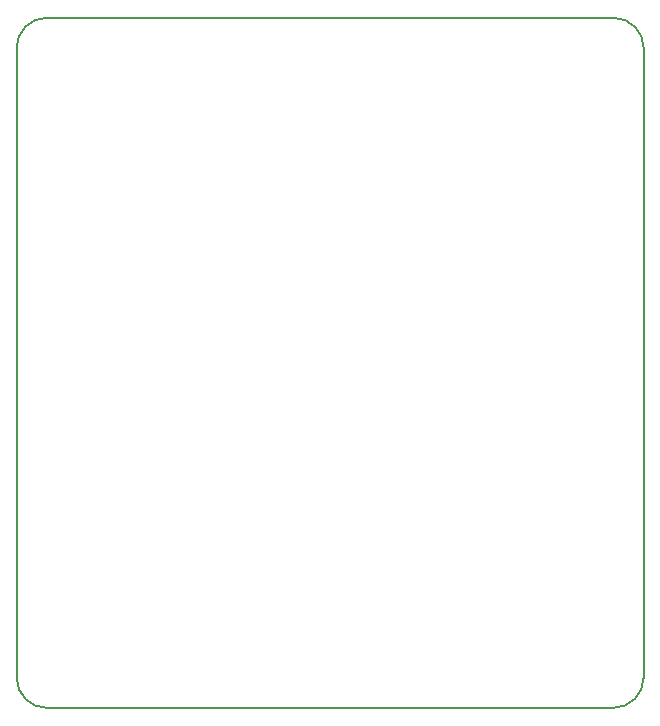
<source format=gm1>
G04 #@! TF.FileFunction,Profile,NP*
%FSLAX46Y46*%
G04 Gerber Fmt 4.6, Leading zero omitted, Abs format (unit mm)*
G04 Created by KiCad (PCBNEW 4.0.2-stable) date 2016-05-19 14:30:26*
%MOMM*%
G01*
G04 APERTURE LIST*
%ADD10C,0.100000*%
%ADD11C,0.150000*%
G04 APERTURE END LIST*
D10*
D11*
X53340000Y-22860000D02*
X53340000Y-76200000D01*
X106426000Y-76200000D02*
X106426000Y-22860000D01*
X55880000Y-78740000D02*
X103886000Y-78740000D01*
X55880000Y-20320000D02*
X103886000Y-20320000D01*
X106426000Y-22860000D02*
G75*
G03X103886000Y-20320000I-2540000J0D01*
G01*
X103886000Y-78740000D02*
G75*
G03X106426000Y-76200000I0J2540000D01*
G01*
X53340000Y-76200000D02*
G75*
G03X55880000Y-78740000I2540000J0D01*
G01*
X55880000Y-20320000D02*
G75*
G03X53340000Y-22860000I0J-2540000D01*
G01*
M02*

</source>
